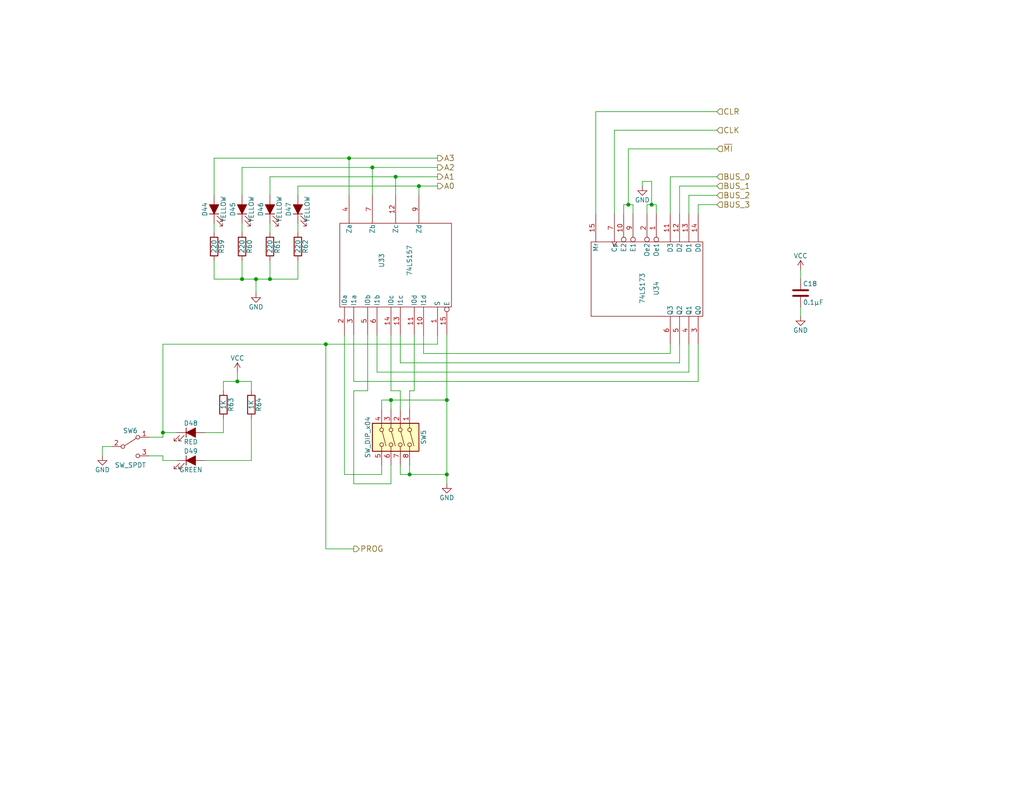
<source format=kicad_sch>
(kicad_sch (version 20230121) (generator eeschema)
  (paper "USLetter")
  (lib_symbols
    (symbol "8bit-computer-rescue:74LS157-8bit-computer-rescue" (pin_names (offset 0.254))
      (property "Reference" "U" (at 1.27 3.81 0))
      (property "Value" "8bit-computer-rescue:74LS157" (at 1.27 -3.81 0))
      (symbol "74LS157-8bit-computer-rescue_0_0"
        (pin power_in line (at -8.89 15.24 90) (length 0) hide (name "VCC") (number "16"))
        (pin power_in line (at -8.89 -15.24 90) (length 0) hide (name "GND") (number "8"))
      )
      (symbol "74LS157-8bit-computer-rescue_0_1"
        (rectangle (start -11.43 15.24) (end 11.43 -15.24))
      )
      (symbol "74LS157-8bit-computer-rescue_1_1"
        (pin input line (at -19.05 -11.43 0) (length 7.62) (name "S") (number "1"))
        (pin input line (at -19.05 -7.62 0) (length 7.62) (name "I1d") (number "10"))
        (pin input line (at -19.05 -5.08 0) (length 7.62) (name "I0d") (number "11"))
        (pin output line (at 19.05 0 180) (length 7.62) (name "Zc") (number "12"))
        (pin input line (at -19.05 -1.27 0) (length 7.62) (name "I1c") (number "13"))
        (pin input line (at -19.05 1.27 0) (length 7.62) (name "I0c") (number "14"))
        (pin input inverted (at -19.05 -13.97 0) (length 7.62) (name "E") (number "15"))
        (pin input line (at -19.05 13.97 0) (length 7.62) (name "I0a") (number "2"))
        (pin input line (at -19.05 11.43 0) (length 7.62) (name "I1a") (number "3"))
        (pin output line (at 19.05 12.7 180) (length 7.62) (name "Za") (number "4"))
        (pin input line (at -19.05 7.62 0) (length 7.62) (name "I0b") (number "5"))
        (pin input line (at -19.05 5.08 0) (length 7.62) (name "I1b") (number "6"))
        (pin output line (at 19.05 6.35 180) (length 7.62) (name "Zb") (number "7"))
        (pin output line (at 19.05 -6.35 180) (length 7.62) (name "Zd") (number "9"))
      )
    )
    (symbol "8bit-computer-rescue:74LS173-8bit-computer-rescue" (pin_names (offset 0.254))
      (property "Reference" "U" (at 2.54 2.54 0))
      (property "Value" "8bit-computer-rescue:74LS173" (at 2.54 -1.27 0))
      (symbol "74LS173-8bit-computer-rescue_0_0"
        (pin power_in line (at -7.62 15.24 90) (length 0) hide (name "VCC") (number "16"))
        (pin power_in line (at -7.62 -15.24 90) (length 0) hide (name "GND") (number "8"))
      )
      (symbol "74LS173-8bit-computer-rescue_0_1"
        (rectangle (start -10.16 15.24) (end 10.16 -15.24))
      )
      (symbol "74LS173-8bit-computer-rescue_1_1"
        (pin input inverted (at -17.78 2.54 0) (length 7.62) (name "Oe1") (number "1"))
        (pin input inverted (at -17.78 -6.35 0) (length 7.62) (name "E2") (number "10"))
        (pin input line (at -17.78 6.35 0) (length 7.62) (name "D3") (number "11"))
        (pin input line (at -17.78 8.89 0) (length 7.62) (name "D2") (number "12"))
        (pin input line (at -17.78 11.43 0) (length 7.62) (name "D1") (number "13"))
        (pin input line (at -17.78 13.97 0) (length 7.62) (name "D0") (number "14"))
        (pin input line (at -17.78 -13.97 0) (length 7.62) (name "Mr") (number "15"))
        (pin input inverted (at -17.78 0 0) (length 7.62) (name "Oe2") (number "2"))
        (pin tri_state line (at 17.78 13.97 180) (length 7.62) (name "Q0") (number "3"))
        (pin tri_state line (at 17.78 11.43 180) (length 7.62) (name "Q1") (number "4"))
        (pin tri_state line (at 17.78 8.89 180) (length 7.62) (name "Q2") (number "5"))
        (pin tri_state line (at 17.78 6.35 180) (length 7.62) (name "Q3") (number "6"))
        (pin input clock (at -17.78 -8.89 0) (length 7.62) (name "Cp") (number "7"))
        (pin input inverted (at -17.78 -3.81 0) (length 7.62) (name "E1") (number "9"))
      )
    )
    (symbol "8bit-computer-rescue:LED_ALT-Device" (pin_numbers hide) (pin_names (offset 1.016) hide)
      (property "Reference" "D" (at 0 2.54 0))
      (property "Value" "Device:LED_ALT" (at 0 -2.54 0))
      (symbol "LED_ALT-Device_0_1"
        (polyline (pts (xy -1.27 -1.27) (xy -1.27 1.27)) (stroke (width 0.2032)))
        (polyline (pts (xy -1.27 0) (xy 1.27 0)))
        (polyline (pts (xy 1.27 -1.27) (xy 1.27 1.27) (xy -1.27 0) (xy 1.27 -1.27)) (stroke (width 0.2032)) (fill (type outline)))
        (polyline (pts (xy -3.048 -0.762) (xy -4.572 -2.286) (xy -3.81 -2.286) (xy -4.572 -2.286) (xy -4.572 -1.524)))
        (polyline (pts (xy -1.778 -0.762) (xy -3.302 -2.286) (xy -2.54 -2.286) (xy -3.302 -2.286) (xy -3.302 -1.524)))
      )
      (symbol "LED_ALT-Device_1_1"
        (pin passive line (at -3.81 0 0) (length 2.54) (name "K") (number "1"))
        (pin passive line (at 3.81 0 180) (length 2.54) (name "A") (number "2"))
      )
    )
    (symbol "8bit-computer-rescue:SW_DIP_x04-8bit-computer-rescue" (pin_names (offset 0) hide)
      (property "Reference" "SW" (at 0 8.89 0))
      (property "Value" "8bit-computer-rescue:SW_DIP_x04" (at 0 -6.35 0))
      (symbol "SW_DIP_x04-8bit-computer-rescue_0_0"
        (circle (center -2.032 -2.54) (radius 0.508))
        (circle (center -2.032 0) (radius 0.508))
        (circle (center -2.032 2.54) (radius 0.508))
        (circle (center -2.032 5.08) (radius 0.508))
        (polyline (pts (xy -1.524 -2.3876) (xy 2.3622 -1.3462)))
        (polyline (pts (xy -1.524 0.127) (xy 2.3622 1.1684)))
        (polyline (pts (xy -1.524 2.667) (xy 2.3622 3.7084)))
        (polyline (pts (xy -1.524 5.207) (xy 2.3622 6.2484)))
        (circle (center 2.032 -2.54) (radius 0.508))
        (circle (center 2.032 0) (radius 0.508))
        (circle (center 2.032 2.54) (radius 0.508))
        (circle (center 2.032 5.08) (radius 0.508))
      )
      (symbol "SW_DIP_x04-8bit-computer-rescue_0_1"
        (rectangle (start -3.81 7.62) (end 3.81 -5.08) (stroke (width 0.254)) (fill (type background)))
      )
      (symbol "SW_DIP_x04-8bit-computer-rescue_1_1"
        (pin passive line (at -7.62 5.08 0) (length 5.08) (name "~") (number "1"))
        (pin passive line (at -7.62 2.54 0) (length 5.08) (name "~") (number "2"))
        (pin passive line (at -7.62 0 0) (length 5.08) (name "~") (number "3"))
        (pin passive line (at -7.62 -2.54 0) (length 5.08) (name "~") (number "4"))
        (pin passive line (at 7.62 -2.54 180) (length 5.08) (name "~") (number "5"))
        (pin passive line (at 7.62 0 180) (length 5.08) (name "~") (number "6"))
        (pin passive line (at 7.62 2.54 180) (length 5.08) (name "~") (number "7"))
        (pin passive line (at 7.62 5.08 180) (length 5.08) (name "~") (number "8"))
      )
    )
    (symbol "8bit-computer-rescue:SW_SPDT-8bit-computer-rescue" (pin_names (offset 0) hide)
      (property "Reference" "SW" (at 0 4.318 0))
      (property "Value" "8bit-computer-rescue:SW_SPDT" (at 0 -5.08 0))
      (symbol "SW_SPDT-8bit-computer-rescue_0_0"
        (circle (center -2.032 0) (radius 0.508))
        (circle (center 2.032 -2.54) (radius 0.508))
      )
      (symbol "SW_SPDT-8bit-computer-rescue_0_1"
        (polyline (pts (xy -1.524 0.254) (xy 1.651 2.286)))
        (circle (center 2.032 2.54) (radius 0.508))
      )
      (symbol "SW_SPDT-8bit-computer-rescue_1_1"
        (pin passive line (at 5.08 2.54 180) (length 2.54) (name "A") (number "1"))
        (pin passive line (at -5.08 0 0) (length 2.54) (name "B") (number "2"))
        (pin passive line (at 5.08 -2.54 180) (length 2.54) (name "C") (number "3"))
      )
    )
    (symbol "Device:C" (pin_numbers hide) (pin_names (offset 0.254))
      (property "Reference" "C" (at 0.635 2.54 0))
      (property "Value" "C" (at 0.635 -2.54 0))
      (symbol "C_0_1"
        (polyline (pts (xy -2.032 -0.762) (xy 2.032 -0.762)) (stroke (width 0.508)))
        (polyline (pts (xy -2.032 0.762) (xy 2.032 0.762)) (stroke (width 0.508)))
      )
      (symbol "C_1_1"
        (pin passive line (at 0 3.81 270) (length 2.794) (name "~") (number "1"))
        (pin passive line (at 0 -3.81 90) (length 2.794) (name "~") (number "2"))
      )
    )
    (symbol "Device:R" (pin_numbers hide) (pin_names (offset 0))
      (property "Reference" "R" (at 2.032 0 90))
      (property "Value" "R" (at 0 0 90))
      (symbol "R_0_1"
        (rectangle (start -1.016 -2.54) (end 1.016 2.54) (stroke (width 0.254)))
      )
      (symbol "R_1_1"
        (pin passive line (at 0 3.81 270) (length 1.27) (name "~") (number "1"))
        (pin passive line (at 0 -3.81 90) (length 1.27) (name "~") (number "2"))
      )
    )
    (symbol "power:GND" (power) (pin_names (offset 0))
      (property "Value" "GND" (at 0 -3.81 0))
      (symbol "GND_0_1"
        (polyline (pts (xy 0 0) (xy 0 -1.27) (xy 1.27 -1.27) (xy 0 -2.54) (xy -1.27 -1.27) (xy 0 -1.27)))
      )
      (symbol "GND_1_1"
        (pin power_in line (at 0 0 270) (length 0) hide (name "GND") (number "1"))
      )
    )
    (symbol "power:VCC" (power) (pin_names (offset 0))
      (property "Value" "VCC" (at 0 3.81 0))
      (symbol "VCC_0_1"
        (polyline (pts (xy -0.762 1.27) (xy 0 2.54)))
        (polyline (pts (xy 0 0) (xy 0 2.54)))
        (polyline (pts (xy 0 2.54) (xy 0.762 1.27)))
      )
      (symbol "VCC_1_1"
        (pin power_in line (at 0 0 90) (length 0) hide (name "VCC") (number "1"))
      )
    )
  )
  (junction (at 114.3 50.8))
  (junction (at 121.92 109.22))
  (junction (at 95.25 43.18))
  (junction (at 69.85 76.2))
  (junction (at 106.68 109.22))
  (junction (at 101.6 45.72))
  (junction (at 44.45 118.11))
  (junction (at 88.9 93.98))
  (junction (at 73.66 76.2))
  (junction (at 121.92 129.54))
  (junction (at 64.77 104.14))
  (junction (at 111.76 129.54))
  (junction (at 177.8 55.88))
  (junction (at 66.04 76.2))
  (junction (at 171.45 55.88))
  (junction (at 107.95 48.26))
  (wire (pts (xy 167.64 35.56) (xy 167.64 58.42)))
  (wire (pts (xy 66.04 60.96) (xy 66.04 63.5)))
  (wire (pts (xy 66.04 45.72) (xy 101.6 45.72)))
  (wire (pts (xy 44.45 119.38) (xy 44.45 118.11)))
  (wire (pts (xy 68.58 125.73) (xy 68.58 114.3)))
  (wire (pts (xy 187.96 53.34) (xy 187.96 58.42)))
  (wire (pts (xy 58.42 53.34) (xy 58.42 43.18)))
  (wire (pts (xy 106.68 132.08) (xy 96.52 132.08)))
  (wire (pts (xy 55.88 118.11) (xy 60.96 118.11)))
  (wire (pts (xy 95.25 43.18) (xy 119.38 43.18)))
  (wire (pts (xy 95.25 53.34) (xy 95.25 43.18)))
  (wire (pts (xy 115.57 91.44) (xy 115.57 96.52)))
  (wire (pts (xy 96.52 104.14) (xy 190.5 104.14)))
  (wire (pts (xy 218.44 76.2) (xy 218.44 73.66)))
  (wire (pts (xy 73.66 48.26) (xy 73.66 53.34)))
  (wire (pts (xy 172.72 55.88) (xy 172.72 58.42)))
  (wire (pts (xy 195.58 35.56) (xy 167.64 35.56)))
  (wire (pts (xy 88.9 149.86) (xy 96.52 149.86)))
  (wire (pts (xy 104.14 129.54) (xy 104.14 127)))
  (wire (pts (xy 109.22 129.54) (xy 109.22 127)))
  (wire (pts (xy 27.94 124.46) (xy 27.94 121.92)))
  (wire (pts (xy 195.58 53.34) (xy 187.96 53.34)))
  (wire (pts (xy 195.58 48.26) (xy 182.88 48.26)))
  (wire (pts (xy 88.9 93.98) (xy 88.9 149.86)))
  (wire (pts (xy 40.64 124.46) (xy 44.45 124.46)))
  (wire (pts (xy 111.76 106.68) (xy 111.76 111.76)))
  (wire (pts (xy 109.22 129.54) (xy 111.76 129.54)))
  (wire (pts (xy 66.04 45.72) (xy 66.04 53.34)))
  (wire (pts (xy 44.45 118.11) (xy 44.45 93.98)))
  (wire (pts (xy 44.45 124.46) (xy 44.45 125.73)))
  (wire (pts (xy 60.96 114.3) (xy 60.96 118.11)))
  (wire (pts (xy 81.28 60.96) (xy 81.28 63.5)))
  (wire (pts (xy 111.76 129.54) (xy 121.92 129.54)))
  (wire (pts (xy 81.28 76.2) (xy 81.28 71.12)))
  (wire (pts (xy 66.04 76.2) (xy 69.85 76.2)))
  (wire (pts (xy 106.68 111.76) (xy 106.68 109.22)))
  (wire (pts (xy 101.6 45.72) (xy 119.38 45.72)))
  (wire (pts (xy 121.92 91.44) (xy 121.92 109.22)))
  (wire (pts (xy 176.53 55.88) (xy 177.8 55.88)))
  (wire (pts (xy 170.18 55.88) (xy 171.45 55.88)))
  (wire (pts (xy 69.85 76.2) (xy 73.66 76.2)))
  (wire (pts (xy 96.52 132.08) (xy 96.52 106.68)))
  (wire (pts (xy 109.22 91.44) (xy 109.22 99.06)))
  (wire (pts (xy 115.57 96.52) (xy 182.88 96.52)))
  (wire (pts (xy 109.22 106.68) (xy 109.22 111.76)))
  (wire (pts (xy 93.98 91.44) (xy 93.98 129.54)))
  (wire (pts (xy 44.45 118.11) (xy 48.26 118.11)))
  (wire (pts (xy 64.77 101.6) (xy 64.77 104.14)))
  (wire (pts (xy 60.96 106.68) (xy 60.96 104.14)))
  (wire (pts (xy 96.52 106.68) (xy 100.33 106.68)))
  (wire (pts (xy 185.42 99.06) (xy 185.42 93.98)))
  (wire (pts (xy 121.92 129.54) (xy 121.92 132.08)))
  (wire (pts (xy 195.58 55.88) (xy 190.5 55.88)))
  (wire (pts (xy 73.66 48.26) (xy 107.95 48.26)))
  (wire (pts (xy 195.58 30.48) (xy 162.56 30.48)))
  (wire (pts (xy 40.64 119.38) (xy 44.45 119.38)))
  (wire (pts (xy 182.88 96.52) (xy 182.88 93.98)))
  (wire (pts (xy 58.42 43.18) (xy 95.25 43.18)))
  (wire (pts (xy 177.8 55.88) (xy 179.07 55.88)))
  (wire (pts (xy 55.88 125.73) (xy 68.58 125.73)))
  (wire (pts (xy 175.26 50.8) (xy 175.26 49.53)))
  (wire (pts (xy 162.56 30.48) (xy 162.56 58.42)))
  (wire (pts (xy 195.58 40.64) (xy 171.45 40.64)))
  (wire (pts (xy 218.44 86.36) (xy 218.44 83.82)))
  (wire (pts (xy 111.76 127) (xy 111.76 129.54)))
  (wire (pts (xy 175.26 49.53) (xy 177.8 49.53)))
  (wire (pts (xy 58.42 76.2) (xy 66.04 76.2)))
  (wire (pts (xy 66.04 71.12) (xy 66.04 76.2)))
  (wire (pts (xy 114.3 53.34) (xy 114.3 50.8)))
  (wire (pts (xy 107.95 53.34) (xy 107.95 48.26)))
  (wire (pts (xy 88.9 93.98) (xy 119.38 93.98)))
  (wire (pts (xy 81.28 50.8) (xy 114.3 50.8)))
  (wire (pts (xy 100.33 106.68) (xy 100.33 91.44)))
  (wire (pts (xy 170.18 55.88) (xy 170.18 58.42)))
  (wire (pts (xy 60.96 104.14) (xy 64.77 104.14)))
  (wire (pts (xy 106.68 127) (xy 106.68 132.08)))
  (wire (pts (xy 44.45 125.73) (xy 48.26 125.73)))
  (wire (pts (xy 58.42 71.12) (xy 58.42 76.2)))
  (wire (pts (xy 107.95 48.26) (xy 119.38 48.26)))
  (wire (pts (xy 121.92 109.22) (xy 121.92 129.54)))
  (wire (pts (xy 119.38 93.98) (xy 119.38 91.44)))
  (wire (pts (xy 182.88 48.26) (xy 182.88 58.42)))
  (wire (pts (xy 104.14 111.76) (xy 104.14 109.22)))
  (wire (pts (xy 73.66 76.2) (xy 81.28 76.2)))
  (wire (pts (xy 179.07 55.88) (xy 179.07 58.42)))
  (wire (pts (xy 177.8 49.53) (xy 177.8 55.88)))
  (wire (pts (xy 44.45 93.98) (xy 88.9 93.98)))
  (wire (pts (xy 102.87 101.6) (xy 187.96 101.6)))
  (wire (pts (xy 27.94 121.92) (xy 30.48 121.92)))
  (wire (pts (xy 113.03 106.68) (xy 111.76 106.68)))
  (wire (pts (xy 113.03 91.44) (xy 113.03 106.68)))
  (wire (pts (xy 104.14 109.22) (xy 106.68 109.22)))
  (wire (pts (xy 73.66 60.96) (xy 73.66 63.5)))
  (wire (pts (xy 58.42 60.96) (xy 58.42 63.5)))
  (wire (pts (xy 190.5 55.88) (xy 190.5 58.42)))
  (wire (pts (xy 187.96 101.6) (xy 187.96 93.98)))
  (wire (pts (xy 69.85 80.01) (xy 69.85 76.2)))
  (wire (pts (xy 101.6 53.34) (xy 101.6 45.72)))
  (wire (pts (xy 195.58 50.8) (xy 185.42 50.8)))
  (wire (pts (xy 73.66 71.12) (xy 73.66 76.2)))
  (wire (pts (xy 185.42 50.8) (xy 185.42 58.42)))
  (wire (pts (xy 106.68 106.68) (xy 109.22 106.68)))
  (wire (pts (xy 106.68 91.44) (xy 106.68 106.68)))
  (wire (pts (xy 176.53 58.42) (xy 176.53 55.88)))
  (wire (pts (xy 190.5 104.14) (xy 190.5 93.98)))
  (wire (pts (xy 171.45 55.88) (xy 172.72 55.88)))
  (wire (pts (xy 81.28 50.8) (xy 81.28 53.34)))
  (wire (pts (xy 109.22 99.06) (xy 185.42 99.06)))
  (wire (pts (xy 68.58 104.14) (xy 68.58 106.68)))
  (wire (pts (xy 93.98 129.54) (xy 104.14 129.54)))
  (wire (pts (xy 64.77 104.14) (xy 68.58 104.14)))
  (wire (pts (xy 96.52 91.44) (xy 96.52 104.14)))
  (wire (pts (xy 106.68 109.22) (xy 121.92 109.22)))
  (wire (pts (xy 171.45 40.64) (xy 171.45 55.88)))
  (wire (pts (xy 102.87 91.44) (xy 102.87 101.6)))
  (wire (pts (xy 114.3 50.8) (xy 119.38 50.8)))
  (hierarchical_label "CLR" (shape input) (at 195.58 30.48 0) (effects (font (size 1.524 1.524))))
  (hierarchical_label "BUS_1" (shape input) (at 195.58 50.8 0) (effects (font (size 1.524 1.524))))
  (hierarchical_label "A1" (shape output) (at 119.38 48.26 0) (effects (font (size 1.524 1.524))))
  (hierarchical_label "A0" (shape output) (at 119.38 50.8 0) (effects (font (size 1.524 1.524))))
  (hierarchical_label "A2" (shape output) (at 119.38 45.72 0) (effects (font (size 1.524 1.524))))
  (hierarchical_label "BUS_3" (shape input) (at 195.58 55.88 0) (effects (font (size 1.524 1.524))))
  (hierarchical_label "BUS_0" (shape input) (at 195.58 48.26 0) (effects (font (size 1.524 1.524))))
  (hierarchical_label "BUS_2" (shape input) (at 195.58 53.34 0) (effects (font (size 1.524 1.524))))
  (hierarchical_label "CLK" (shape input) (at 195.58 35.56 0) (effects (font (size 1.524 1.524))))
  (hierarchical_label "A3" (shape output) (at 119.38 43.18 0) (effects (font (size 1.524 1.524))))
  (hierarchical_label "PROG" (shape output) (at 96.52 149.86 0) (effects (font (size 1.524 1.524))))
  (hierarchical_label "~{MI}" (shape input) (at 195.58 40.64 0) (effects (font (size 1.524 1.524))))
  (symbol (lib_id "8bit-computer-rescue:74LS157-8bit-computer-rescue") (at 107.95 72.39 90) (unit 1)
    (property "Reference" "U33" (at 104.14 71.12 0))
    (property "Value" "74LS157" (at 111.76 71.12 0))
    (property "Footprint" "Package_DIP:DIP-16_W7.62mm" (effects hide))
  )
  (symbol (lib_id "8bit-computer-rescue:74LS173-8bit-computer-rescue") (at 176.53 76.2 270) (unit 1)
    (property "Reference" "U34" (at 179.07 78.74 0))
    (property "Value" "74LS173" (at 175.26 78.74 0))
    (property "Footprint" "Package_DIP:DIP-16_W7.62mm" (effects hide))
  )
  (symbol (lib_id "8bit-computer-rescue:SW_DIP_x04-8bit-computer-rescue") (at 106.68 119.38 270) (unit 1)
    (property "Reference" "SW5" (at 115.57 119.38 0))
    (property "Value" "SW_DIP_x04" (at 100.33 119.38 0))
    (property "Footprint" "Button_Switch_THT:SW_DIP_SPSTx04_Slide_9.78x12.34mm_W7.62mm_P2.54mm" (effects hide))
  )
  (symbol (lib_id "8bit-computer-rescue:SW_SPDT-8bit-computer-rescue") (at 35.56 121.92 0) (unit 1)
    (property "Reference" "SW6" (at 35.56 117.602 0))
    (property "Value" "SW_SPDT" (at 35.56 127 0))
    (property "Footprint" "8bit-custom-footprints:DPDT-pushbutton" (effects hide))
  )
  (symbol (lib_id "8bit-computer-rescue:LED_ALT-Device") (at 52.07 118.11 0) (unit 1)
    (property "Reference" "D48" (at 52.07 115.57 0))
    (property "Value" "RED" (at 52.07 120.65 0))
    (property "Footprint" "LED_THT:LED_D5.0mm" (effects hide))
  )
  (symbol (lib_id "8bit-computer-rescue:LED_ALT-Device") (at 52.07 125.73 0) (unit 1)
    (property "Reference" "D49" (at 52.07 123.19 0))
    (property "Value" "GREEN" (at 52.07 128.27 0))
    (property "Footprint" "LED_THT:LED_D5.0mm" (effects hide))
  )
  (symbol (lib_id "Device:R") (at 60.96 110.49 0) (unit 1)
    (property "Reference" "R63" (at 62.992 110.49 90))
    (property "Value" "1K" (at 60.96 110.49 90))
    (property "Footprint" "Resistor_THT:R_Axial_DIN0207_L6.3mm_D2.5mm_P7.62mm_Horizontal" (effects hide))
  )
  (symbol (lib_id "Device:R") (at 68.58 110.49 0) (unit 1)
    (property "Reference" "R64" (at 70.612 110.49 90))
    (property "Value" "1K" (at 68.58 110.49 90))
    (property "Footprint" "Resistor_THT:R_Axial_DIN0207_L6.3mm_D2.5mm_P7.62mm_Horizontal" (effects hide))
  )
  (symbol (lib_id "power:GND") (at 27.94 124.46 0) (unit 1)
    (property "Reference" "#PWR048" (effects hide))
    (property "Value" "GND" (at 27.94 128.27 0))
  )
  (symbol (lib_id "power:VCC") (at 64.77 101.6 0) (unit 1)
    (property "Reference" "#PWR049" (effects hide))
    (property "Value" "VCC" (at 64.77 97.79 0))
  )
  (symbol (lib_id "power:GND") (at 121.92 132.08 0) (unit 1)
    (property "Reference" "#PWR050" (effects hide))
    (property "Value" "GND" (at 121.92 135.89 0))
  )
  (symbol (lib_id "8bit-computer-rescue:LED_ALT-Device") (at 81.28 57.15 90) (unit 1)
    (property "Reference" "D47" (at 78.74 57.15 0))
    (property "Value" "YELLOW" (at 83.82 57.15 0))
    (property "Footprint" "LED_THT:LED_D5.0mm" (effects hide))
  )
  (symbol (lib_id "8bit-computer-rescue:LED_ALT-Device") (at 73.66 57.15 90) (unit 1)
    (property "Reference" "D46" (at 71.12 57.15 0))
    (property "Value" "YELLOW" (at 76.2 57.15 0))
    (property "Footprint" "LED_THT:LED_D5.0mm" (effects hide))
  )
  (symbol (lib_id "8bit-computer-rescue:LED_ALT-Device") (at 66.04 57.15 90) (unit 1)
    (property "Reference" "D45" (at 63.5 57.15 0))
    (property "Value" "YELLOW" (at 68.58 57.15 0))
    (property "Footprint" "LED_THT:LED_D5.0mm" (effects hide))
  )
  (symbol (lib_id "8bit-computer-rescue:LED_ALT-Device") (at 58.42 57.15 90) (unit 1)
    (property "Reference" "D44" (at 55.88 57.15 0))
    (property "Value" "YELLOW" (at 60.96 57.15 0))
    (property "Footprint" "LED_THT:LED_D5.0mm" (effects hide))
  )
  (symbol (lib_id "Device:R") (at 81.28 67.31 0) (unit 1)
    (property "Reference" "R62" (at 83.312 67.31 90))
    (property "Value" "220" (at 81.28 67.31 90))
    (property "Footprint" "Resistor_THT:R_Axial_DIN0207_L6.3mm_D2.5mm_P7.62mm_Horizontal" (effects hide))
  )
  (symbol (lib_id "Device:R") (at 73.66 67.31 0) (unit 1)
    (property "Reference" "R61" (at 75.692 67.31 90))
    (property "Value" "220" (at 73.66 67.31 90))
    (property "Footprint" "Resistor_THT:R_Axial_DIN0207_L6.3mm_D2.5mm_P7.62mm_Horizontal" (effects hide))
  )
  (symbol (lib_id "Device:R") (at 66.04 67.31 0) (unit 1)
    (property "Reference" "R60" (at 68.072 67.31 90))
    (property "Value" "220" (at 66.04 67.31 90))
    (property "Footprint" "Resistor_THT:R_Axial_DIN0207_L6.3mm_D2.5mm_P7.62mm_Horizontal" (effects hide))
  )
  (symbol (lib_id "Device:R") (at 58.42 67.31 0) (unit 1)
    (property "Reference" "R59" (at 60.452 67.31 90))
    (property "Value" "220" (at 58.42 67.31 90))
    (property "Footprint" "Resistor_THT:R_Axial_DIN0207_L6.3mm_D2.5mm_P7.62mm_Horizontal" (effects hide))
  )
  (symbol (lib_id "power:GND") (at 69.85 80.01 0) (unit 1)
    (property "Reference" "#PWR051" (effects hide))
    (property "Value" "GND" (at 69.85 83.82 0))
  )
  (symbol (lib_id "power:GND") (at 175.26 50.8 0) (unit 1)
    (property "Reference" "#PWR052" (effects hide))
    (property "Value" "GND" (at 175.26 54.61 0))
  )
  (symbol (lib_id "Device:C") (at 218.44 80.01 0) (unit 1)
    (property "Reference" "C18" (at 219.075 77.47 0) (effects (justify left)))
    (property "Value" "0.1µF" (at 219.075 82.55 0) (effects (justify left)))
    (property "Footprint" "Capacitor_THT:C_Disc_D4.3mm_W1.9mm_P5.00mm" (effects hide))
  )
  (symbol (lib_id "power:VCC") (at 218.44 73.66 0) (unit 1)
    (property "Reference" "#PWR053" (effects hide))
    (property "Value" "VCC" (at 218.44 69.85 0))
  )
  (symbol (lib_id "power:GND") (at 218.44 86.36 0) (unit 1)
    (property "Reference" "#PWR054" (effects hide))
    (property "Value" "GND" (at 218.44 90.17 0))
  )
)
</source>
